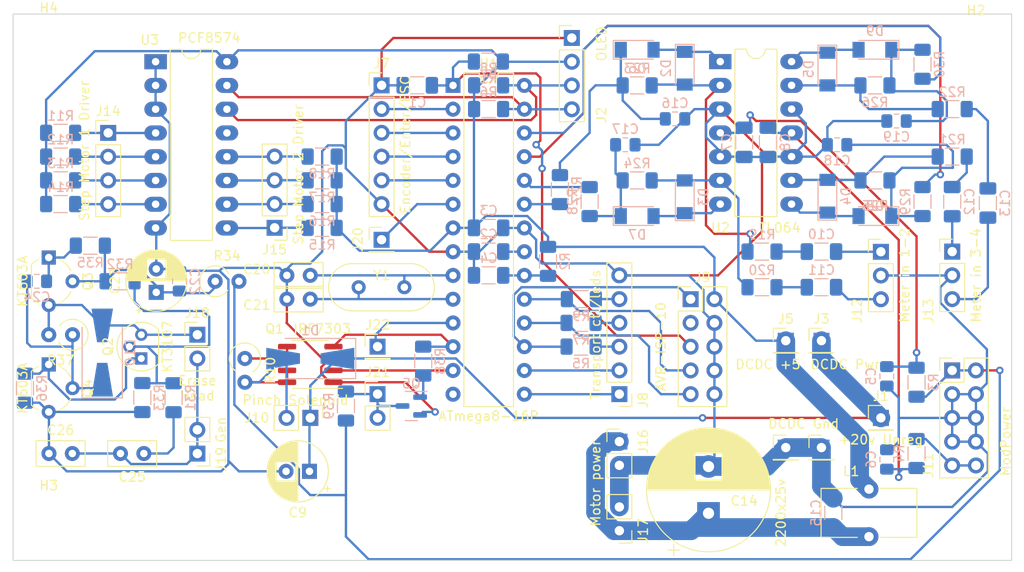
<source format=kicad_pcb>
(kicad_pcb (version 20211014) (generator pcbnew)
  (layers (0 "F.Cu" signal) (31 "B.Cu" signal) (34 "B.Paste" user) (35 "F.Paste" user) (36 "B.SilkS" user "B.Silkscreen") (37 "F.SilkS" user "F.Silkscreen") (38 "B.Mask" user) (39 "F.Mask" user) (44 "Edge.Cuts" user))
  (net 0 "")
  (net 1 "GND")
  (net 2 "/~RST")
  (net 3 "Net-(C2-Pad1)")
  (net 4 "+5V")
  (net 5 "Net-(C4-Pad1)")
  (net 6 "Net-(C5-Pad1)")
  (net 7 "Net-(C6-Pad2)")
  (net 8 "+24V")
  (net 9 "Net-(C10-Pad1)")
  (net 10 "Net-(C10-Pad2)")
  (net 11 "Net-(C11-Pad1)")
  (net 12 "Net-(C11-Pad2)")
  (net 13 "Net-(C12-Pad1)")
  (net 14 "Net-(C12-Pad2)")
  (net 15 "Net-(C13-Pad1)")
  (net 16 "Net-(C13-Pad2)")
  (net 17 "Net-(C14-Pad1)")
  (net 18 "Net-(C16-Pad2)")
  (net 19 "Net-(C17-Pad2)")
  (net 20 "Net-(C18-Pad2)")
  (net 21 "Net-(C19-Pad2)")
  (net 22 "Net-(U1-Pad9)")
  (net 23 "Net-(U1-Pad10)")
  (net 24 "Net-(C22-Pad1)")
  (net 25 "Net-(C24-Pad1)")
  (net 26 "Net-(C24-Pad2)")
  (net 27 "Net-(C25-Pad1)")
  (net 28 "/Gen")
  (net 29 "Net-(D1-Pad2)")
  (net 30 "Net-(D2-Pad1)")
  (net 31 "Net-(D2-Pad2)")
  (net 32 "Net-(D3-Pad1)")
  (net 33 "Net-(D3-Pad2)")
  (net 34 "Net-(D4-Pad1)")
  (net 35 "Net-(D4-Pad2)")
  (net 36 "Net-(D5-Pad1)")
  (net 37 "Net-(D5-Pad2)")
  (net 38 "Net-(D10-Pad2)")
  (net 39 "/SCL")
  (net 40 "/SDA")
  (net 41 "/Escape")
  (net 42 "/Enter")
  (net 43 "/Enc B")
  (net 44 "/Enc A")
  (net 45 "/Stop button")
  (net 46 "/Run{slash}pause button")
  (net 47 "/Stop LED")
  (net 48 "/Pause LED")
  (net 49 "/Run LED")
  (net 50 "Net-(J9-Pad1)")
  (net 52 "Net-(J9-Pad7)")
  (net 53 "Net-(J9-Pad9)")
  (net 54 "+15V")
  (net 55 "-15V")
  (net 56 "Net-(J14-Pad1)")
  (net 57 "Net-(J14-Pad2)")
  (net 58 "Net-(J14-Pad3)")
  (net 59 "Net-(J14-Pad4)")
  (net 60 "Net-(J15-Pad1)")
  (net 61 "Net-(J15-Pad2)")
  (net 62 "Net-(J15-Pad3)")
  (net 63 "Net-(J15-Pad4)")
  (net 64 "Net-(U1-Pad6)")
  (net 65 "Net-(U1-Pad11)")
  (net 66 "Net-(J21-Pad1)")
  (net 67 "Net-(Q1-Pad2)")
  (net 68 "Net-(Q1-Pad4)")
  (net 69 "Net-(Q1-Pad5)")
  (net 70 "Net-(Q2-Pad1)")
  (net 71 "Net-(Q2-Pad2)")
  (net 72 "Net-(Q5-Pad1)")
  (net 73 "/A0")
  (net 74 "/A1")
  (net 75 "/A2")
  (net 76 "/A3")
  (footprint "Connector_PinHeader_2.54mm:PinHeader_1x04_P2.54mm_Vertical" (layer "F.Cu") (at 40.64 47)
    (fp_text reference "J14")
    (fp_text value "Step Motor 1 Driver")
  )
  (footprint "Capacitor_THT:CP_Radial_D6.3mm_P2.50mm" (layer "F.Cu") (at 62.142379 83.185 180)
    (fp_text reference "C9")
    (fp_text value "10,0")
  )
  (footprint "Package_DIP:DIP-28_W7.62mm" (layer "F.Cu") (at 77.48 41.92)
    (fp_text reference "U1")
    (fp_text value "ATmega8-16P")
  )
  (footprint "Connector_PinHeader_2.54mm:PinHeader_2x05_P2.54mm_Vertical" (layer "F.Cu") (at 102.865 64.775)
    (fp_text reference "J9")
    (fp_text value "AVR-ISP-10")
  )
  (footprint "Connector_PinHeader_2.54mm:PinHeader_1x02_P2.54mm_Vertical" (layer "F.Cu") (at 95.25 80.005)
    (fp_text reference "J16")
    (fp_text value "Motor power")
  )
  (footprint "Package_SO:SOIC-8_3.9x4.9mm_P1.27mm" (layer "F.Cu") (at 62.23 71.755 180)
    (fp_text reference "Q1")
    (fp_text value "IRF7303")
  )
  (footprint "Connector_PinHeader_2.54mm:PinHeader_1x01_P2.54mm_Vertical" (layer "F.Cu") (at 123.19 77.47)
    (fp_text reference "J1")
    (fp_text value "+20v Unreg")
  )
  (footprint "Package_DIP:DIP-14_W7.62mm_LongPads" (layer "F.Cu") (at 106.03 39.375)
    (fp_text reference "U2")
    (fp_text value "TL064")
  )
  (footprint "Capacitor_THT:C_Disc_D5.0mm_W2.5mm_P2.50mm" (layer "F.Cu") (at 34.31 81.28)
    (fp_text reference "C26")
    (fp_text value "0,01")
  )
  (footprint "Package_TO_SOT_THT:TO-92_Wide" (layer "F.Cu") (at 34.29 60.325 -90)
    (fp_text reference "Q3")
    (fp_text value "KT603A")
  )
  (footprint "Capacitor_THT:C_Disc_D5.0mm_W2.5mm_P2.50mm" (layer "F.Cu") (at 44.45 81.28 180)
    (fp_text reference "C25")
    (fp_text value "27")
  )
  (footprint "Connector_PinHeader_2.54mm:PinHeader_1x06_P2.54mm_Vertical" (layer "F.Cu") (at 95.25 74.93 180)
    (fp_text reference "J8")
    (fp_text value "Transport ctl/leds")
  )
  (footprint "MountingHole:MountingHole_3.2mm_M3" (layer "F.Cu") (at 34.29 88.9)
    (fp_text reference "H3")
    (fp_text value "MountingHole")
  )
  (footprint "Resistor_THT:R_Axial_DIN0309_L9.0mm_D3.2mm_P2.54mm_Vertical" (layer "F.Cu") (at 36.83 68.58 180)
    (fp_text reference "R37")
    (fp_text value "43")
  )
  (footprint "MountingHole:MountingHole_3.2mm_M3" (layer "F.Cu") (at 34.29 37.835)
    (fp_text reference "H4")
    (fp_text value "MountingHole" hide)
  )
  (footprint "Package_TO_SOT_THT:TO-92" (layer "F.Cu") (at 44.175 71.12 90)
    (fp_text reference "Q2")
    (fp_text value "KT3107")
  )
  (footprint "Capacitor_THT:CP_Radial_D13.0mm_P5.00mm" (layer "F.Cu") (at 104.775 87.670648 90)
    (fp_text reference "C14")
    (fp_text value "2200x25v")
  )
  (footprint "Resistor_THT:R_Axial_DIN0309_L9.0mm_D3.2mm_P2.54mm_Vertical" (layer "F.Cu") (at 52.07 62.865)
    (fp_text reference "R34")
    (fp_text value "10")
  )
  (footprint "MountingHole:MountingHole_3.2mm_M3" (layer "F.Cu") (at 133.35 38.1)
    (fp_text reference "H2")
    (fp_text value "MountingHole")
  )
  (footprint "Connector_PinHeader_2.54mm:PinHeader_1x01_P2.54mm_Vertical" (layer "F.Cu") (at 113.03 80.645)
    (fp_text reference "J6" hide)
    (fp_text value "DCDC Gnd")
  )
  (footprint "Connector_PinHeader_2.54mm:PinHeader_1x01_P2.54mm_Vertical" (layer "F.Cu") (at 116.84 80.645)
    (fp_text reference "J4" hide)
    (fp_text value "DCDC Gnd" hide)
  )
  (footprint "Connector_PinHeader_2.54mm:PinHeader_2x05_P2.54mm_Vertical" (layer "F.Cu") (at 130.805 72.395)
    (fp_text reference "J11")
    (fp_text value "ModPower")
  )
  (footprint "Package_DIP:DIP-16_W7.62mm_LongPads" (layer "F.Cu") (at 45.705 39.385)
    (fp_text reference "U3")
    (fp_text value "PCF8574")
  )
  (footprint "Capacitor_THT:C_Disc_D5.0mm_W2.5mm_P2.50mm" (layer "F.Cu") (at 62.23 64.77 180)
    (fp_text reference "C21")
    (fp_text value "24")
  )
  (footprint "Package_TO_SOT_THT:TO-92_Wide" (layer "F.Cu") (at 34.29 71.755 -90)
    (fp_text reference "Q4")
    (fp_text value "KT603A")
  )
  (footprint "Connector_PinHeader_2.54mm:PinHeader_1x03_P2.54mm_Vertical" (layer "F.Cu") (at 130.81 59.69)
    (fp_text reference "J13")
    (fp_text value "Meter in 3-4")
  )
  (footprint "Capacitor_THT:C_Disc_D5.0mm_W2.5mm_P2.50mm" (layer "F.Cu") (at 62.23 62.23 180)
    (fp_text reference "C20")
    (fp_text value "24")
  )
  (footprint "Resistor_THT:R_Axial_DIN0309_L9.0mm_D3.2mm_P2.54mm_Vertical" (layer "F.Cu") (at 55.245 71.12 -90)
    (fp_text reference "R10")
    (fp_text value "? 2w")
  )
  (footprint "Connector_PinHeader_2.54mm:PinHeader_1x02_P2.54mm_Vertical" (layer "F.Cu") (at 69.42 74.925)
    (fp_text reference "J21")
    (fp_text value "Mute")
  )
  (footprint "Capacitor_THT:CP_Radial_D6.3mm_P2.50mm" (layer "F.Cu") (at 45.775 64.047379 90)
    (fp_text reference "C23")
    (fp_text value "47,0")
  )
  (footprint "Inductor_THT:L_Toroid_Vertical_L10.0mm_W5.0mm_P5.08mm" (layer "F.Cu") (at 121.92 85.09)
    (fp_text reference "L1")
    (fp_text value "L_Ferrite")
  )
  (footprint "Connector_PinHeader_2.54mm:PinHeader_1x04_P2.54mm_Vertical" (layer "F.Cu") (at 58.42 57.14 180)
    (fp_text reference "J15")
    (fp_text value "Step Motor 2 Driver")
  )
  (footprint "MountingHole:MountingHole_3.2mm_M3" (layer "F.Cu") (at 133.35 88.9)
    (fp_text reference "H1" hide)
    (fp_text value "MountingHole" hide)
  )
  (footprint "Connector_PinHeader_2.54mm:PinHeader_1x02_P2.54mm_Vertical" (layer "F.Cu") (at 50.165 68.58)
    (fp_text reference "J18")
    (fp_text value "Erase Head" hide)
  )
  (footprint "Connector_PinHeader_2.54mm:PinHeader_1x02_P2.54mm_Vertical" (layer "F.Cu") (at 62.235 77.47 -90)
    (fp_text reference "J10")
    (fp_text value "Pinch Solenoid")
  )
  (footprint "Connector_PinHeader_2.54mm:PinHeader_1x02_P2.54mm_Vertical" (layer "F.Cu") (at 95.25 89.535 180)
    (fp_text reference "J17")
    (fp_text value "Motor power")
  )
  (footprint "Connector_PinHeader_2.54mm:PinHeader_1x01_P2.54mm_Vertical" (layer "F.Cu") (at 69.85 58.42)
    (fp_text reference "J20")
    (fp_text value "Aux1")
  )
  (footprint "Connector_PinHeader_2.54mm:PinHeader_1x02_P2.54mm_Vertical" (layer "F.Cu") (at 50.165 81.285 180)
    (fp_text reference "J19")
    (fp_text value "Gen")
  )
  (footprint "Connector_PinHeader_2.54mm:PinHeader_1x03_P2.54mm_Vertical" (layer "F.Cu") (at 123.19 59.705)
    (fp_text reference "J12")
    (fp_text value "Meter in 1-2")
  )
  (footprint "Connector_PinHeader_2.54mm:PinHeader_1x01_P2.54mm_Vertical" (layer "F.Cu") (at 113.03 69.215)
    (fp_text reference "J5")
    (fp_text value "DCDC +5")
  )
  (footprint "Crystal:Crystal_HC49-U_Vertical" (layer "F.Cu") (at 67.4 63.5)
    (fp_text reference "Y1")
    (fp_text value "8 MHz")
  )
  (footprint "Connector_PinHeader_2.54mm:PinHeader_1x01_P2.54mm_Vertical" (layer "F.Cu") (at 116.84 69.215)
    (fp_text reference "J3")
    (fp_text value "DCDC Pwr")
  )
  (footprint "Connector_PinHeader_2.54mm:PinHeader_1x01_P2.54mm_Vertical" (layer "F.Cu") (at 69.42 69.85)
    (fp_text reference "J22")
    (fp_text value "Aux2")
  )
  (footprint "Connector_PinHeader_2.54mm:PinHeader_1x06_P2.54mm_Vertical" (layer "F.Cu") (at 69.85 41.91)
    (fp_text reference "J7")
    (fp_text value "Encoder/Enter/ESC")
  )
  (footprint "Connector_PinHeader_2.54mm:PinHeader_1x04_P2.54mm_Vertical" (layer "F.Cu") (at 90.17 36.85)
    (fp_text reference "J2")
    (fp_text value "OLED")
  )
  (footprint "Resistor_SMD:R_1206_3216Metric_Pad1.30x1.75mm_HandSolder" (layer "B.Cu") (at 38.735 59.055)
    (fp_text reference "R35")
    (fp_text value "4,3k")
  )
  (footprint "Capacitor_SMD:C_1206_3216Metric_Pad1.33x1.80mm_HandSolder" (layer "B.Cu") (at 116.84 63.5 180)
    (fp_text reference "C11")
    (fp_text value "0,1")
  )
  (footprint "Diode_SMD:D_MiniMELF" (layer "B.Cu") (at 102.235 40.08 -90)
    (fp_text reference "D2")
    (fp_text value "BZV55C3V9")
  )
  (footprint "Diode_SMD:D_MiniMELF" (layer "B.Cu") (at 102.235 53.83 90)
    (fp_text reference "D3")
    (fp_text value "BZV55C3V9")
  )
  (footprint "Capacitor_SMD:C_1206_3216Metric_Pad1.33x1.80mm_HandSolder" (layer "B.Cu") (at 81.28 59.69 180)
    (fp_text reference "C2")
    (fp_text value "0,1")
  )
  (footprint "Resistor_SMD:R_1206_3216Metric_Pad1.30x1.75mm_HandSolder" (layer "B.Cu") (at 91.16 69.85)
    (fp_text reference "R5")
    (fp_text value "5,6k")
  )
  (footprint "Resistor_SMD:R_1206_3216Metric_Pad1.30x1.75mm_HandSolder" (layer "B.Cu") (at 63.5 49.53)
    (fp_text reference "R18")
    (fp_text value "1k")
  )
  (footprint "Diode_SMD:D_MiniMELF" (layer "B.Cu") (at 122.555 38.11 180)
    (fp_text reference "D9")
    (fp_text value "LL4148")
  )
  (footprint "Resistor_SMD:R_1206_3216Metric_Pad1.30x1.75mm_HandSolder" (layer "B.Cu") (at 127.635 54.34 -90)
    (fp_text reference "R29")
    (fp_text value "1k")
  )
  (footprint "Resistor_SMD:R_1206_3216Metric_Pad1.30x1.75mm_HandSolder" (layer "B.Cu") (at 127 81.28 -90)
    (fp_text reference "R4")
    (fp_text value "100")
  )
  (footprint "Resistor_SMD:R_1206_3216Metric_Pad1.30x1.75mm_HandSolder" (layer "B.Cu") (at 66.04 76.2 -90)
    (fp_text reference "R39")
    (fp_text value "30k")
  )
  (footprint "Capacitor_SMD:C_1206_3216Metric_Pad1.33x1.80mm_HandSolder" (layer "B.Cu") (at 111.125 48.005 90)
    (fp_text reference "C8")
    (fp_text value "0,1")
  )
  (footprint "Package_TO_SOT_SMD:SOT-23" (layer "B.Cu") (at 73.025 76.2 180)
    (fp_text reference "Q5")
    (fp_text value "MMBT3904")
  )
  (footprint "Resistor_SMD:R_1206_3216Metric_Pad1.30x1.75mm_HandSolder" (layer "B.Cu") (at 110.49 59.69 180)
    (fp_text reference "R19")
    (fp_text value "100k")
  )
  (footprint "Resistor_SMD:R_1206_3216Metric_Pad1.30x1.75mm_HandSolder" (layer "B.Cu") (at 35.56 46.99 180)
    (fp_text reference "R11")
    (fp_text value "1k")
  )
  (footprint "Resistor_SMD:R_1206_3216Metric_Pad1.30x1.75mm_HandSolder" (layer "B.Cu") (at 35.56 52.07 180)
    (fp_text reference "R13")
    (fp_text value "1k")
  )
  (footprint "Resistor_SMD:R_1206_3216Metric_Pad1.30x1.75mm_HandSolder" (layer "B.Cu") (at 63.5 57.15)
    (fp_text reference "R15")
    (fp_text value "1k")
  )
  (footprint "Resistor_SMD:R_1206_3216Metric_Pad1.30x1.75mm_HandSolder" (layer "B.Cu") (at 87.63 60.73 90)
    (fp_text reference "R2")
    (fp_text value "100")
  )
  (footprint "Capacitor_SMD:C_0805_2012Metric_Pad1.18x1.45mm_HandSolder" (layer "B.Cu") (at 123.825 73.025 -90)
    (fp_text reference "C5")
    (fp_text value "10,0")
  )
  (footprint "Resistor_SMD:R_1206_3216Metric_Pad1.30x1.75mm_HandSolder" (layer "B.Cu") (at 31.75 74.295 90)
    (fp_text reference "R36")
    (fp_text value "470")
  )
  (footprint "Resistor_SMD:R_1206_3216Metric_Pad1.30x1.75mm_HandSolder" (layer "B.Cu") (at 92.075 54.34 -90)
    (fp_text reference "R28")
    (fp_text value "1k")
  )
  (footprint "Diode_SMD:D_SMA-SMB_Universal_Handsoldering" (layer "B.Cu") (at 40.005 70.485 90)
    (fp_text reference "D10")
    (fp_text value "SS34")
  )
  (footprint "Diode_SMD:D_SMA-SMB_Universal_Handsoldering" (layer "B.Cu") (at 62.23 71.12 180)
    (fp_text reference "D1")
    (fp_text value "SS34")
  )
  (footprint "Capacitor_SMD:C_0805_2012Metric_Pad1.18x1.45mm_HandSolder" (layer "B.Cu") (at 48.26 62.865 90)
    (fp_text reference "C22")
    (fp_text value "0,1")
  )
  (footprint "Capacitor_SMD:C_1206_3216Metric_Pad1.33x1.80mm_HandSolder" (layer "B.Cu") (at 118.11 87.63 -90)
    (fp_text reference "C15")
    (fp_text value "0,1")
  )
  (footprint "Capacitor_SMD:C_0805_2012Metric_Pad1.18x1.45mm_HandSolder" (layer "B.Cu") (at 101.1975 45.4975 180)
    (fp_text reference "C16")
    (fp_text value "1,0")
  )
  (footprint "Resistor_SMD:R_1206_3216Metric_Pad1.30x1.75mm_HandSolder" (layer "B.Cu") (at 97.155 41.92 180)
    (fp_text reference "R23")
    (fp_text value "200k")
  )
  (footprint "Resistor_SMD:R_1206_3216Metric_Pad1.30x1.75mm_HandSolder" (layer "B.Cu") (at 122.555 52.08)
    (fp_text reference "R25")
    (fp_text value "200k")
  )
  (footprint "Capacitor_SMD:C_0805_2012Metric_Pad1.18x1.45mm_HandSolder" (layer "B.Cu") (at 123.825 81.915 -90)
    (fp_text reference "C6")
    (fp_text value "10,0")
  )
  (footprint "Resistor_SMD:R_1206_3216Metric_Pad1.30x1.75mm_HandSolder" (layer "B.Cu") (at 63.5 52.07)
    (fp_text reference "R17")
    (fp_text value "1k")
  )
  (footprint "Resistor_SMD:R_1206_3216Metric_Pad1.30x1.75mm_HandSolder" (layer "B.Cu") (at 130.81 49.53 180)
    (fp_text reference "R21")
    (fp_text value "100k")
  )
  (footprint "Capacitor_SMD:C_1206_3216Metric_Pad1.33x1.80mm_HandSolder" (layer "B.Cu") (at 108.585 48.005 -90)
    (fp_text reference "C7")
    (fp_text value "0,1")
  )
  (footprint "Resistor_SMD:R_1206_3216Metric_Pad1.30x1.75mm_HandSolder" (layer "B.Cu") (at 41.91 62.865 180)
    (fp_text reference "R32")
    (fp_text value "30k")
  )
  (footprint "Capacitor_SMD:C_0805_2012Metric_Pad1.18x1.45mm_HandSolder" (layer "B.Cu") (at 95.885 48.27 180)
    (fp_text reference "C17")
    (fp_text value "1,0")
  )
  (footprint "Resistor_SMD:R_1206_3216Metric_Pad1.30x1.75mm_HandSolder" (layer "B.Cu") (at 91.16 67.31)
    (fp_text reference "R7")
    (fp_text value "5,6k")
  )
  (footprint "Diode_SMD:D_MiniMELF" (layer "B.Cu") (at 117.475 53.77 90)
    (fp_text reference "D4")
    (fp_text value "BZV55C3V9")
  )
  (footprint "Resistor_SMD:R_1206_3216Metric_Pad1.30x1.75mm_HandSolder" (layer "B.Cu") (at 35.56 49.53 180)
    (fp_text reference "R12")
    (fp_text value "1k")
  )
  (footprint "Resistor_SMD:R_1206_3216Metric_Pad1.30x1.75mm_HandSolder" (layer "B.Cu") (at 130.81 44.45 180)
    (fp_text reference "R22")
    (fp_text value "100k")
  )
  (footprint "Resistor_SMD:R_1206_3216Metric_Pad1.30x1.75mm_HandSolder" (layer "B.Cu") (at 81.26 39.37)
    (fp_text reference "R1")
    (fp_text value "10k")
  )
  (footprint "Resistor_SMD:R_1206_3216Metric_Pad1.30x1.75mm_HandSolder" (layer "B.Cu") (at 63.5 54.61)
    (fp_text reference "R16")
    (fp_text value "1k")
  )
  (footprint "Resistor_SMD:R_1206_3216Metric_Pad1.30x1.75mm_HandSolder" (layer "B.Cu") (at 91.19 64.77)
    (fp_text reference "R9")
    (fp_text value "5,6k")
  )
  (footprint "Resistor_SMD:R_1206_3216Metric_Pad1.30x1.75mm_HandSolder" (layer "B.Cu") (at 81.28 41.91 180)
    (fp_text reference "R8")
    (fp_text value "4,7k")
  )
  (footprint "Diode_SMD:D_MiniMELF" (layer "B.Cu") (at 97.155 38.11)
    (fp_text reference "D6")
    (fp_text value "LL4148")
  )
  (footprint "Resistor_SMD:R_1206_3216Metric_Pad1.30x1.75mm_HandSolder" (layer "B.Cu") (at 88.9 53.06 90)
    (fp_text reference "R27")
    (fp_text value "1k")
  )
  (footprint "Resistor_SMD:R_1206_3216Metric_Pad1.30x1.75mm_HandSolder" (layer "B.Cu") (at 81.28 44.45 180)
    (fp_text reference "R6")
    (fp_text value "4,7k")
  )
  (footprint "Resistor_SMD:R_1206_3216Metric_Pad1.30x1.75mm_HandSolder" (layer "B.Cu") (at 127.635 39.66 90)
    (fp_text reference "R30")
    (fp_text value "1k")
  )
  (footprint "Resistor_SMD:R_1206_3216Metric_Pad1.30x1.75mm_HandSolder" (layer "B.Cu") (at 74.295 71.4 90)
    (fp_text reference "R38")
    (fp_text value "10k")
  )
  (footprint "Diode_SMD:D_MiniMELF" (layer "B.Cu") (at 117.475 40.17 -90)
    (fp_text reference "D5")
    (fp_text value "BZV55C3V9")
  )
  (footprint "Capacitor_SMD:C_1206_3216Metric_Pad1.33x1.80mm_HandSolder" (layer "B.Cu") (at 81.28 57.15 180)
    (fp_text reference "C3")
    (fp_text value "0,1")
  )
  (footprint "Resistor_SMD:R_1206_3216Metric_Pad1.30x1.75mm_HandSolder" (layer "B.Cu") (at 127 73.66 90)
    (fp_text reference "R3")
    (fp_text value "100")
  )
  (footprint "Capacitor_SMD:C_0805_2012Metric_Pad1.18x1.45mm_HandSolder" (layer "B.Cu") (at 124.8625 45.73)
    (fp_text reference "C19")
    (fp_text value "1,0")
  )
  (footprint "Resistor_SMD:R_1206_3216Metric_Pad1.30x1.75mm_HandSolder" (layer "B.Cu") (at 110.49 63.5 180)
    (fp_text reference "R20")
    (fp_text value "100k")
  )
  (footprint "Diode_SMD:D_MiniMELF" (layer "B.Cu") (at 122.555 55.89 180)
    (fp_text reference "D8")
    (fp_text value "LL4148")
  )
  (footprint "Capacitor_SMD:C_0805_2012Metric_Pad1.18x1.45mm_HandSolder" (layer "B.Cu") (at 33.02 62.865)
    (fp_text reference "C24")
    (fp_text value "1,0")
  )
  (footprint "Resistor_SMD:R_1206_3216Metric_Pad1.30x1.75mm_HandSolder" (layer "B.Cu") (at 47.625 75.315 90)
    (fp_text reference "R31")
    (fp_text value "470")
  )
  (footprint "Resistor_SMD:R_1206_3216Metric_Pad1.30x1.75mm_HandSolder" (layer "B.Cu") (at 122.555 41.92)
    (fp_text reference "R26")
    (fp_text value "200k")
  )
  (footprint "Capacitor_SMD:C_1206_3216Metric_Pad1.33x1.80mm_HandSolder" (layer "B.Cu") (at 134.62 54.4975 90)
    (fp_text reference "C13")
    (fp_text value "0,1")
  )
  (footprint "Capacitor_SMD:C_1206_3216Metric_Pad1.33x1.80mm_HandSolder" (layer "B.Cu") (at 73.66 41.91)
    (fp_text reference "C1")
    (fp_text value "0,1")
  )
  (footprint "Capacitor_SMD:C_1206_3216Metric_Pad1.33x1.80mm_HandSolder" (layer "B.Cu") (at 116.84 59.69 180)
    (fp_text reference "C10")
    (fp_text value "0,1")
  )
  (footprint "Resistor_SMD:R_1206_3216Metric_Pad1.30x1.75mm_HandSolder" (layer "B.Cu") (at 44.285 75.3 90)
    (fp_text reference "R33")
    (fp_text value "30k")
  )
  (footprint "Resistor_SMD:R_1206_3216Metric_Pad1.30x1.75mm_HandSolder" (layer "B.Cu") (at 97.155 52.08 180)
    (fp_text reference "R24")
    (fp_text value "200k")
  )
  (footprint "Capacitor_SMD:C_1206_3216Metric_Pad1.33x1.80mm_HandSolder" (layer "B.Cu") (at 130.81 54.3475 90)
    (fp_text reference "C12")
    (fp_text value "0,1")
  )
  (footprint "Resistor_SMD:R_1206_3216Metric_Pad1.30x1.75mm_HandSolder" (layer "B.Cu") (at 35.56 54.61 180)
    (fp_text reference "R14")
    (fp_text value "1k")
  )
  (footprint "Capacitor_SMD:C_0805_2012Metric_Pad1.18x1.45mm_HandSolder" (layer "B.Cu") (at 118.5125 48.27)
    (fp_text reference "C18")
    (fp_text value "1,0")
  )
  (footprint "Capacitor_SMD:C_1206_3216Metric_Pad1.33x1.80mm_HandSolder" (layer "B.Cu") (at 81.28 62.23 180)
    (fp_text reference "C4")
    (fp_text value "0,1")
  )
  (footprint "Diode_SMD:D_MiniMELF" (layer "B.Cu") (at 97.155 55.89)
    (fp_text reference "D7")
    (fp_text value "LL4148")
  )
  (gr_rect (start 30.48 34.29) (end 137.16 92.71) (layer "Edge.Cuts") (width 0.1) (fill none))
  (gr_text "Erase\nHead" (at 50.165 74.295) (layer "F.SilkS") (effects (font (size 1 1))))
  (segment (start 110.49 48.915) (end 106.03 44.455) (width 0.25) (layer "F.Cu") (net 1))
  (segment (start 64.705 71.12) (end 64.328249 71.12) (width 0.25) (layer "F.Cu") (net 1))
  (segment (start 110.49 57.540305) (end 110.49 48.915) (width 0.25) (layer "F.Cu") (net 1))
  (segment (start 90.17 36.85) (end 71.1 36.85) (width 0.25) (layer "F.Cu") (net 1))
  (segment (start 64.328249 73.66) (end 64.705 73.66) (width 0.25) (layer "F.Cu") (net 1))
  (segment (start 69.85 54.61) (end 74.94 59.7) (width 0.25) (layer "F.Cu") (net 1))
  (segment (start 63.5 71.12) (end 59.69 67.31) (width 0.25) (layer "F.Cu") (net 1))
  (segment (start 64.705 71.12) (end 63.5 71.12) (width 0.25) (layer "F.Cu") (net 1))
  (segment (start 71.1 36.85) (end 69.85 38.1) (width 0.25) (layer "F.Cu") (net 1))
  (segment (start 63.405 72.043249) (end 63.405 72.736751) (width 0.25) (layer "F.Cu") (net 1))
  (segment (start 59.69 67.31) (end 59.73 67.27) (width 0.25) (layer "F.Cu") (net 1))
  (segment (start 74.94 59.7) (end 77.48 59.7) (width 0.25) (layer "F.Cu") (net 1))
  (segment (start 69.85 38.1) (end 69.85 41.91) (width 0.25) (layer "F.Cu") (net 1))
  (segment (start 63.405 72.736751) (end 64.328249 73.66) (width 0.25) (layer "F.Cu") (net 1))
  (segment (start 64.328249 71.12) (end 63.405 72.043249) (width 0.25) (layer "F.Cu") (net 1))
  (segment (start 95.25 62.23) (end 105.800305 62.23) (width 0.25) (layer "F.Cu") (net 1))
  (segment (start 59.73 67.27) (end 59.73 64.77) (width 0.25) (layer "F.Cu") (net 1))
  (segment (start 72.39 73.66) (end 75.565 76.835) (width 0.25) (layer "F.Cu") (net 1))
  (segment (start 64.705 73.66) (end 72.39 73.66) (width 0.25) (layer "F.Cu") (net 1))
  (segment (start 105.800305 62.23) (end 110.49 57.540305) (width 0.25) (layer "F.Cu") (net 1))
  (via (at 75.565 76.835) (size 0.8) (drill 0.4) (layers "F.Cu" "B.Cu") (net 1))
  (segment (start 45.705 57.165) (end 47.23 55.64) (width 0.25) (layer "B.Cu") (net 1))
  (segment (start 117.475 46.355) (end 117.475 48.27) (width 0.25) (layer "B.Cu") (net 1))
  (segment (start 52.535991 61.74) (end 53.485 62.689009) (width 0.25) (layer "B.Cu") (net 1))
  (segment (start 130.805 77.475) (end 130.805 80.015) (width 0.25) (layer "B.Cu") (net 1))
  (segment (start 130.805 77.475) (end 125.1 77.475) (width 0.25) (layer "B.Cu") (net 1))
  (segment (start 52.84599 61.430001) (end 52.535991 61.74) (width 0.25) (layer "B.Cu") (net 1))
  (segment (start 105.405 82.040648) (end 104.775 82.670648) (width 0.25) (layer "B.Cu") (net 1))
  (segment (start 106.03 49.535) (end 106.03 48.98599) (width 0.25) (layer "B.Cu") (net 1))
  (segment (start 106.03 49.535) (end 108.5525 49.535) (width 0.25) (layer "B.Cu") (net 1))
  (segment (start 113.65 44.455) (end 115.175 45.98) (width 0.25) (layer "B.Cu") (net 1))
  (segment (start 44.27 76.835) (end 34.29 76.835) (width 0.25) (layer "B.Cu") (net 1))
  (segment (start 82.8525 57.16) (end 82.8425 57.15) (width 0.25) (layer "B.Cu") (net 1))
  (segment (start 130.81 86.995) (end 119.0375 86.995) (width 0.25) (layer "B.Cu") (net 1))
  (segment (start 31.75 75.845) (end 33.3 75.845) (width 0.25) (layer "B.Cu") (net 1))
  (segment (start 104.505 47.46099) (end 104.505 45.98) (width 0.25) (layer "B.Cu") (net 1))
  (segment (start 77.48 59.7) (end 79.7075 59.7) (width 0.25) (layer "B.Cu") (net 1))
  (segment (start 111.125 49.5675) (end 108.585 49.5675) (width 0.25) (layer "B.Cu") (net 1))
  (segment (start 113.03 80.645) (end 116.84 80.645) (width 2) (layer "B.Cu") (net 1))
  (segment (start 79.7175 59.69) (end 79.7175 62.23) (width 0.25) (layer "B.Cu") (net 1))
  (segment (start 53.485 82.06) (end 54.61 83.185) (width 0.25) (layer "B.Cu") (net 1))
  (segment (start 134.52 73.76) (end 134.52 70.141701) (width 0.25) (layer "B.Cu") (net 1))
  (segment (start 59.73 61.555) (end 59.73 62.23) (width 0.25) (layer "B.Cu") (net 1))
  (segment (start 106.03 44.455) (end 103.2775 44.455) (width 0.25) (layer "B.Cu") (net 1))
  (segment (start 125.095 75.3325) (end 123.825 74.0625) (width 0.25) (layer "B.Cu") (net 1))
  (segment (start 34.31 81.28) (end 34.31 76.855) (width 0.25) (layer "B.Cu") (net 1))
  (segment (start 64.125 48.33) (end 63.5 48.955) (width 0.25) (layer "B.Cu") (net 1))
  (segment (start 74.2775 76.835) (end 73.9625 77.15) (width 0.25) (layer "B.Cu") (net 1))
  (segment (start 102.67 62.23) (end 104.23 63.79) (width 0.25) (layer "B.Cu") (net 1))
  (segment (start 54.61 83.185) (end 59.642379 83.185) (width 0.25) (layer "B.Cu") (net 1))
  (segment (start 105.405 74.935) (end 105.405 82.040648) (width 0.25) (layer "B.Cu") (net 1))
  (segment (start 108.5525 49.535) (end 108.585 49.5675) (width 0.25) (layer "B.Cu") (net 1))
  (segment (start 115.175 48.01) (end 113.65 49.535) (width 0.25) (layer "B.Cu") (net 1))
  (segment (start 104.775 82.670648) (end 111.004352 82.670648) (width 2) (layer "B.Cu") (net 1))
  (segment (start 52.705 83.185) (end 53.485 82.405) (width 0.25) (layer "B.Cu") (net 1))
  (segment (start 95.25 62.23) (end 102.67 62.23) (width 0.25) (layer "B.Cu") (net 1))
  (segment (start 113.65 49.535) (end 111.1575 49.535) (width 0.25) (layer "B.Cu") (net 1))
  (segment (start 125.095 80.01) (end 125.095 77.47) (width 0.25) (layer "B.Cu") (net 1))
  (segment (start 105.405 74.935) (end 105.405 72.395) (width 0.25) (layer "B.Cu") (net 1))
  (segment (start 79.7175 59.69) (end 80.3025 59.69) (width 0.25) (layer "B.Cu") (net 1))
  (segment (start 65.688173 48.33) (end 64.125 48.33) (width 0.25) (layer "B.Cu") (net 1))
  (segment (start 106.03 48.98599) (end 104.505 47.46099) (width 0.25) (layer "B.Cu") (net 1))
  (segment (start 130.795 62.245) (end 130.81 62.23) (width 0.25) (layer "B.Cu") (net 1))
  (segment (start 69.85 41.91) (end 72.0975 41.91) (width 0.25) (layer "B.Cu") (net 1))
  (segment (start 133.345 80.015) (end 133.345 77.475) (width 0.25) (layer "B.Cu") (net 1))
  (segment (start 86.36 60.325) (end 86.995 60.96) (width 0.25) (layer "B.Cu") (net 1))
  (segment (start 111.004352 82.670648) (end 113.03 80.645) (width 2) (layer "B.Cu") (net 1))
  (segment (start 116.84 84.7975) (end 118.11 86.0675) (width 2) (layer "B.Cu") (net 1))
  (segment (start 123.19 62.245) (end 130.795 62.245) (width 0.25) (layer "B.Cu") (net 1))
  (segment (start 105.405 69.855) (end 105.405 72.395) (width 0.25) (layer "B.Cu") (net 1))
  (segment (start 63.5 59.69) (end 62.23 60.96) (width 0.25) (layer "B.Cu") (net 1))
  (segment (start 58.930001 61.430001) (end 52.84599 61.430001) (width 0.25) (layer "B.Cu") (net 1))
  (segment (start 53.485 82.405) (end 53.485 82.06) (width 0.25) (layer "B.Cu") (net 1))
  (segment (start 99.4625 48.27) (end 102.235 45.4975) (width 0.25) (layer "B.Cu") (net 1))
  (segment (start 85.1 57.16) (end 86.36 58.42) (width 0.25) (layer "B.Cu") (net 1))
  (segment (start 75.565 76.835) (end 74.2775 76.835) (width 0.25) (layer "B.Cu") (net 1))
  (segment (start 133.345 74.935) (end 134.52 73.76) (width 0.25) (layer "B.Cu") (net 1))
  (segment (start 130.805 80.015) (end 133.345 80.015) (width 0.25) (layer "B.Cu") (net 1))
  (segment (start 133.345 80.015) (end 134.62 81.29) (width 0.25) (layer "B.Cu") (net 1))
  (segment (start 96.9225 48.27) (end 99.4625 48.27) (width 0.25) (layer "B.Cu") (net 1))
  (segment (start 119.0375 86.995) (end 118.11 86.0675) (width 0.25) (layer "B.Cu") (net 1))
  (segment (start 134.62 81.29) (end 134.62 83.185) (width 0.25) (layer "B.Cu") (net 1))
  (segment (start 134.62 83.185) (end 130.81 86.995) (width 0.25) (layer "B.Cu") (net 1))
  (segment (start 130.805 77.475) (end 133.345 77.475) (width 0.25) (layer "B.Cu") (net 1))
  (segment (start 95.25 86.995) (end 95.25 82.545) (width 2) (layer "B.Cu") (net 1))
  (segment (start 104.23 66.14) (end 105.405 67.315) (width 0.25) (layer "B.Cu") (net 1))
  (segment (start 45.705 39.385) (end 45.705 41.925) (width 0.25) (layer "B.Cu") (net 1))
  (segment (start 104.649352 82.545) (end 104.775 82.670648) (width 2) (layer "B.Cu") (net 1))
  (segment (start 45.705 44.465) (end 45.705 41.925) (width 0.25) (layer "B.Cu") (net 1))
  (segment (start 66.025 48.88) (end 66.025 48.666827) (width 0.25) (layer "B.Cu") (net 1))
  (segment (start 116.84 80.645) (end 116.84 84.7975) (width 2) (layer "B.Cu") (net 1))
  (segment (start 69.85 41.91) (end 66.025 45.735) (width 0.25) (layer "B.Cu") (net 1))
  (segment (start 34.31 76.855) (end 34.29 76.835) (width 0.25) (layer "B.Cu") (net 1))
  (segment (start 48.26 61.8275) (end 48.3475 61.74) (width 0.25) (layer "B.Cu") (net 1))
  (segment (start 34.31 81.28) (end 36.215 83.185) (width 0.25) (layer "B.Cu") (net 1))
  (segment (start 124.2275 80.8775) (end 125.095 80.01) (width 0.25) (layer "B.Cu") (net 1))
  (segment (start 60.325 60.96) (end 59.73 61.555) (width 0.25) (layer "B.Cu") (net 1))
  (segment (start 62.23 60.96) (end 60.325 60.96) (width 0.25) (layer "B.Cu") (net 1))
  (segment (start 59.73 62.23) (end 58.930001 61.430001) (width 0.25) (layer "B.Cu") (net 1))
  (segment (start 47.23 45.99) (end 45.705 44.465) (width 0.25) (layer "B.Cu") (net 1))
  (segment (start 115.175 45.98) (end 115.175 48.01) (width 0.25) (layer "B.Cu") (net 1))
  (segment (start 86.995 60.96) (end 93.98 60.96) (width 0.25) (layer "B.Cu") (net 1))
  (segment (start 133.345 77.475) (end 133.345 74.935) (width 0.25) (layer "B.Cu") (net 1))
  (segment (start 125.1 77.475) (end 125.095 77.47) (width 0.25) (layer "B.Cu") (net 1))
  (segment (start 93.98 60.96) (end 95.25 62.23) (width 0.25) (layer "B.Cu") (net 1))
  (segment (start 45.775 61.547379) (end 47.979879 61.547379) (width 0.25) (layer "B.Cu") (net 1))
  (segment (start 48.3475 61.74) (end 52.535991 61.74) (width 0.25) (layer "B.Cu") (net 1))
  (segment (start 104.505 45.98) (end 106.03 44.455) (width 0.25) (layer "B.Cu") (net 1))
  (segment (start 113.65 49.535) (end 116.21 49.535) (width 0.25) (layer "B.Cu") (net 1))
  (segment (start 105.405 67.315) (end 105.405 69.855) (width 0.25) (layer "B.Cu") (net 1))
  (segment (start 47.23 55.64) (end 47.23 45.99) (width 0.25) (layer "B.Cu") (net 1))
  (segment (start 104.23 63.79) (end 104.23 66.14) (width 0.25) (layer "B.Cu") (net 1))
  (segment (start 129.54 65.161701) (end 129.54 63.5) (width 0.25) (layer "B.Cu") (net 1))
  (segment (start 130.805 74.935) (end 130.805 77.475) (width 0.25) (layer "B.Cu") (net 1))
  (segment (start 125.095 77.47) (end 125.095 75.3325) (width 0.25) (layer "B.Cu") (net 1))
  (segment (start 47.979879 61.547379) (end 48.26 61.8275) (width 0.25) (layer "B.Cu") (net 1))
  (segment (start 103.2775 44.455) (end 102.235 45.4975) (width 0.25) (layer "B.Cu") (net 1))
  (segment (start 123.825 45.73) (end 118.1 45.73) (width 0.25) (layer "B.Cu") (net 1))
  (segment (start 66.025 50.785) (end 66.025 48.88) (width 0.25) (layer "B.Cu") (net 1))
  (segment (start 36.215 83.185) (end 52.705 83.185) (width 0.25) (layer "B.Cu") (net 1))
  (segment (start 86.36 58.42) (end 86.36 60.325) (width 0.25) (layer "B.Cu") (net 1))
  (segment (start 45.775 61.547379) (end 45.775 57.235) (width 0.25) (layer "B.Cu") (net 1))
  (segment (start 111.1575 49.535) (end 111.125 49.5675) (width 0.25) (layer "B.Cu") (net 1))
  (segment (start 118.1 45.73) (end 117.475 46.355) (width 0.25) (layer "B.Cu") (net 1))
  (segment (start 123.825 80.8775) (end 124.2275 80.8775) (width 0.25) (layer "B.Cu") (net 1))
  (segment (start 85.1 57.16) (end 82.8525 57.16) (width 0.25) (layer "B.Cu") (net 1))
  (segment (start 134.52 70.141701) (end 129.54 65.161701) (width 0.25) (layer "B.Cu") (net 1))
  (segment (start 133.345 74.935) (end 130.805 74.935) (width 0.25) (layer "B.Cu") (net 1))
  (segment (start 53.485 62.689009) (end 53.485 82.06) (width 0.25) (layer "B.Cu") (net 1))
  (segment (start 33.3 75.845) (end 34.29 76.835) (width 0.25) (layer "B.Cu") (net 1))
  (segment (start 63.5 48.955) (end 63.5 59.69) (width 0.25) (layer "B.Cu") (net 1))
  (segment (start 116.21 49.535) (end 117.475 48.27) (width 0.25) (layer "B.Cu") (net 1))
  (segment (start 129.54 63.5) (end 130.81 62.23) (width 0.25) (layer "B.Cu") (net 1))
  (segment (start 79.7075 59.7) (end 79.7175 59.69) (width 0.25) (layer "B.Cu") (net 1))
  (segment (start 66.025 45.735) (end 66.025 48.88) (width 0.25) (layer "B.Cu") (net 1))
  (segment (start 66.025 48.666827) (end 65.688173 48.33) (width 0.25) (layer "B.Cu") (net 1))
  (segment (start 80.3025 59.69) (end 82.8425 57.15) (width 0.25) (layer "B.Cu") (net 1))
  (segment (start 69.85 54.61) (end 66.025 50.785) (width 0.25) (layer "B.Cu") (net 1))
  (segment (start 44.285 76.85) (end 44.27 76.835) (width 0.25) (layer "B.Cu") (net 1))
  (segment (start 95.25 82.545) (end 104.649352 82.545) (width 2) (layer "B.Cu") (net 1))
  (segment (start 45.775 57.235) (end 45.705 57.165) (width 0.25) (layer "B.Cu") (net 1))
  (segment (start 59.73 62.23) (end 59.73 64.77) (width 0.25) (layer "B.Cu") (net 1))
  (segment (start 86.81 41.09) (end 86.81 47.81) (width 0.25) (layer "F.Cu") (net 2))
  (segment (start 86.995 50.8) (end 86.995 60.716701) (width 0.25) (layer "F.Cu") (net 2))
  (segment (start 86.995 60.716701) (end 94.953299 68.675) (width 0.25) (layer "F.Cu") (net 2))
  (segment (start 78.76 40.64) (end 86.36 40.64) (width 0.25) (layer "F.Cu") (net 2))
  (segment (start 86.81 47.81) (end 86.36 48.26) (width 0.25) (layer "F.Cu") (net 2))
  (segment (start 86.36 40.64) (end 86.81 41.09) (width 0.25) (layer "F.Cu") (net 2))
  (segment (start 94.953299 68.675) (end 101.685 68.675) (width 0.25) (layer "F.Cu") (net 2))
  (segment (start 77.48 41.92) (end 78.76 40.64) (width 0.25) (layer "F.Cu") (net 2))
  (segment (start 101.685 68.675) (end 102.865 69.855) (width 0.25) (layer "F.Cu") (net 2))
  (via (at 86.995 50.8) (size 0.8) (drill 0.4) (layers "F.Cu" "B.Cu") (net 2))
  (via (at 86.36 48.26) (size 0.8) (drill 0.4) (layers "F.Cu" "B.Cu") (net 2))
  (segment (start 86.36 48.26) (end 86.995 48.895) (width 0.25) (layer "B.Cu") (net 2))
  (segment (start 77.48 41.92) (end 75.2325 41.92) (width 0.25) (layer "B.Cu") (net 2))
  (segment (start 77.48 41.92) (end 77.48 39.995) (width 0.25) (layer "B.Cu") (net 2))
  (segment (start 86.995 48.895) (end 86.995 50.8) (width 0.25) (layer "B.Cu") (net 2))
  (segment (start 78.105 39.37) (end 79.71 39.37) (width 0.25) (layer "B.Cu") (net 2))
  (segment (start 77.48 39.995) (end 78.105 39.37) (width 0.25) (layer "B.Cu") (net 2))
  (segment (start 75.2325 41.92) (end 75.2225 41.91) (width 0.25) (layer "B.Cu") (net 2))
  (segment (start 82.8525 59.7) (end 82.8425 59.69) (width 0.25) (layer "B.Cu") (net 3))
  (segment (start 85.1 59.7) (end 82.8525 59.7) (width 0.25) (layer "B.Cu") (net 3))
  (segment (start 80.9875 55.88) (end 79.7175 57.15) (width 0.25) (layer "B.Cu") (net 4))
  (segment (start 39.21 38.26) (end 34.01 43.46) (width 0.25) (layer "B.Cu") (net 4))
  (segment (start 34.01 49.53) (end 34.01 46.99) (width 0.25) (layer "B.Cu") (net 4))
  (segment (start 87.63 59.18) (end 104.265 59.18) (width 0.25) (layer "B.Cu") (net 4))
  (segment (start 75.045 59.595) (end 77.48 57.16) (width 0.25) (layer "B.Cu") (net 4))
  (segment (start 87.63 59.18) (end 87.63 58.099009) (width 0.25) (layer "B.Cu") (net 4))
  (segment (start 105.405 60.33) (end 105.405 64.775) (width 0.25) (layer "B.Cu") (net 4))
  (segment (start 113.03 71.755) (end 113.03 69.215) (width 2) (layer "B.Cu") (net 4))
  (segment (start 87.63 58.099009) (end 85.410991 55.88) (width 0.25) (layer "B.Cu") (net 4))
  (segment (start 77.49 57.15) (end 77.48 57.16) (width 0.25) (layer "B.Cu") (net 4))
  (segment (start 79.73 41.91) (end 80.27 41.91) (width 0.25) (layer "B.Cu") (net 4))
  (segment (start 54.54 38.17) (end 81.61 38.17) (width 0.25) (layer "B.Cu") (net 4))
  (segment (start 79.7175 57.15) (end 77.49 57.15) (width 0.25) (layer "B.Cu") (net 4))
  (segment (start 79.7175 44.4625) (end 79.73 44.45) (width 0.25) (layer "B.Cu") (net 4))
  (segment (start 109.845 69.215) (end 113.03 69.215) (width 0.25) (layer "B.Cu") (net 4))
  (segment (start 53.325 39.385) (end 54.54 38.17) (width 0.25) (layer "B.Cu") (net 4))
  (segment (start 65.05 57.15) (end 65.05 54.61) (width 0.25) (layer "B.Cu") (net 4))
  (segment (start 81.61 38.17) (end 82.81 39.37) (width 0.25) (layer "B.Cu") (net 4))
  (segment (start 80.27 41.91) (end 82.81 39.37) (width 0.25) (layer "B.Cu") (net 4))
  (segment (start 65.05 52.07) (end 65.05 54.61) (width 0.25) (layer "B.Cu") (net 4))
  (segment (start 85.410991 55.88) (end 80.9875 55.88) (width 0.25) (layer "B.Cu") (net 4))
  (segment (start 82.83 39.39) (end 82.81 39.37) (width 0.25) (layer "B.Cu") (net 4))
  (segment (start 65.05 49.53) (end 65.05 52.07) (width 0.25) (layer "B.Cu") (net 4))
  (segment (start 79.7175 57.15) (end 79.7175 44.4625) (width 0.25) (layer "B.Cu") (net 4))
  (segment (start 90.17 39.39) (end 82.83 39.39) (width 0.25) (layer "B.Cu") (net 4))
  (segment (start 34.01 52.07) (end 34.01 49.53) (width 0.25) (layer "B.Cu") (net 4))
  (segment (start 52.2 38.26) (end 39.21 38.26) (width 0.25) (layer "B.Cu") (net 4))
  (segment (start 121.92 85.09) (end 120.92 84.09) (width 2) (layer "B.Cu") (net 4))
  (segment (start 104.265 59.18) (end 105.41 60.325) (width 0.25) (layer "B.Cu") (net 4))
  (segment (start 53.325 39.385) (end 52.2 38.26) (width 0.25) (layer "B.Cu") (net 4))
  (segment (start 105.405 64.775) (end 109.845 69.215) (width 0.25) (layer "B.Cu") (net 4))
  (segment (start 79.73 44.45) (end 79.73 41.91) (width 0.25) (layer "B.Cu") (net 4))
  (segment (start 65.05 57.15) (end 67.495 59.595) (width 0.25) (layer "B.Cu") (net 4))
  (segment (start 34.01 54.61) (end 34.01 52.07) (width 0.25) (layer "B.Cu") (net 4))
  (segment (start 120.92 84.09) (end 120.92 79.645) (width 2) (layer "B.Cu") (net 4))
  (segment (start 105.41 60.325) (end 105.405 60.33) (width 0.25) (layer "B.Cu") (net 4))
  (segment (start 120.92 79.645) (end 113.03 71.755) (width 2) (layer "B.Cu") (net 4))
  (segment (start 67.495 59.595) (end 75.045 59.595) (width 0.25) (layer "B.Cu") (net 4))
  (segment (start 34.01 43.46) (end 34.01 46.99) (width 0.25) (layer "B.Cu") (net 4))
  (segment (start 85.1 62.24) (end 82.8525 62.24) (width 0.25) (layer "B.Cu") (net 5))
  (segment (start 87.63 62.28) (end 87.59 62.24) (width 0.25) (layer "B.Cu") (net 5))
  (segment (start 82.8525 62.24) (end 82.8425 62.23) (width 0.25) (layer "B.Cu") (net 5))
  (segment (start 87.59 62.24) (end 85.1 62.24) (width 0.25) (layer "B.Cu") (net 5))
  (segment (start 127 70.485) (end 127 58.06401) (width 0.25) (layer "F.Cu") (net 6))
  (segment (start 109.855 45.72) (end 109.22 45.085) (width 0.25) (layer "F.Cu") (net 6))
  (segment (start 114.65599 45.72) (end 109.855 45.72) (width 0.25) (layer "F.Cu") (net 6))
  (segment (start 127 58.06401) (end 114.65599 45.72) (width 0.25) (layer "F.Cu") (net 6))
  (via (at 109.22 45.085) (size 0.8) (drill 0.4) (layers "F.Cu" "B.Cu") (net 6))
  (via (at 127 70.485) (size 0.8) (drill 0.4) (layers "F.Cu" "B.Cu") (net 6))
  (segment (start 126.8775 71.9875) (end 127 72.11) (width 0.25) (layer "B.Cu") (net 6))
  (segment (start 108.0325 46.995) (end 106.03 46.995) (width 0.25) (layer "B.Cu") (net 6))
  (segment (start 108.585 46.4425) (end 108.0325 46.995) (width 0.25) (layer "B.Cu") (net 6))
  (segment (start 109.22 45.8075) (end 108.585 46.4425) (width 0.25) (layer "B.Cu") (net 6))
  (segment (start 123.825 71.9875) (end 126.8775 71.9875) (width 0.25) (layer "B.Cu") (net 6))
  (segment (start 109.22 45.085) (end 109.22 45.8075) (width 0.25) (layer "B.Cu") (net 6))
  (segment (start 127 72.11) (end 127 70.485) (width 0.25) (layer "B.Cu") (net 6))
  (segment (start 113.65 46.995) (end 125.095 58.44) (width 0.25) (layer "F.Cu") (net 7))
  (segment (start 125.095 58.44) (end 125.095 83.82) (width 0.25) (layer "F.Cu") (net 7))
  (via (at 125.095 83.82) (size 0.8) (drill 0.4) (layers "F.Cu" "B.Cu") (net 7))
  (segment (start 123.825 82.9525) (end 125.4975 82.9525) (width 0.25) (layer "B.Cu") (net 7))
  (segment (start 125.095 83.355) (end 125.4975 82.9525) (width 0.25) (layer "B.Cu") (net 7))
  (segment (start 126.8775 82.9525) (end 127 82.83) (width 0.25) (layer "B.Cu") (net 7))
  (segment (start 125.4975 82.9525) (end 126.8775 82.9525) (width 0.25) (layer "B.Cu") (net 7))
  (segment (start 125.095 83.82) (end 125.095 83.355) (width 0.25) (layer "B.Cu") (net 7))
  (segment (start 113.65 46.995) (end 111.6775 46.995) (width 0.25) (layer "B.Cu") (net 7))
  (segment (start 111.6775 46.995) (end 111.125 46.4425) (width 0.25) (layer "B.Cu") (net 7))
  (segment (start 104.14 77.47) (end 123.19 77.47) (width 0.25) (layer "F.Cu") (net 8))
  (via (at 104.14 77.47) (size 0.8) (drill 0.4) (layers "F.Cu" "B.Cu") (net 8))
  (segment (start 77.790991 71.12) (end 84.140991 77.47) (width 0.25) (layer "B.Cu") (net 8))
  (segment (start 65.13 71.12) (end 77.790991 71.12) (width 0.25) (layer "B.Cu") (net 8))
  (segment (start 84.140991 77.47) (end 104.14 77.47) (width 0.25) (layer "B.Cu") (net 8))
  (segment (start 62.235 77.47) (end 62.235 74.015) (width 0.25) (layer "B.Cu") (net 8))
  (segment (start 62.142379 83.185) (end 62.142379 77.562621) (width 0.25) (layer "B.Cu") (net 8))
  (segment (start 116.84 71.12) (end 116.84 69.215) (width 2) (layer "B.Cu") (net 8))
  (segment (start 62.142379 77.562621) (end 62.235 77.47) (width 0.25) (layer "B.Cu") (net 8))
  (segment (start 62.235 74.015) (end 65.13 71.12) (width 0.25) (layer "B.Cu") (net 8))
  (segment (start 123.19 77.47) (end 116.84 71.12) (width 2) (layer "B.Cu") (net 8))
  (segment (start 118.4175 59.705) (end 118.4025 59.69) (width 0.25) (layer "B.Cu") (net 9))
  (segment (start 123.19 59.705) (end 118.4175 59.705) (width 0.25) (layer "B.Cu") (net 9))
  (segment (start 115.2775 59.69) (end 112.04 59.69) (width 0.25) (layer "B.Cu") (net 10))
  (segment (start 123.19 64.785) (end 119.6875 64.785) (width 0.25) (layer "B.Cu") (net 11))
  (segment (start 119.6875 64.785) (end 118.4025 63.5) (width 0.25) (layer "B.Cu") (net 11))
  (segment (start 112.04 63.5) (end 115.2775 63.5) (width 0.25) (layer "B.Cu") (net 12))
  (segment (start 130.81 55.91) (end 130.81 59.69) (width 0.25) (layer "B.Cu") (net 13))
  (segment (start 132.36 49.53) (end 132.36 51.235) (width 0.25) (layer "B.Cu") (net 14))
  (segment (start 132.36 51.235) (end 130.81 52.785) (width 0.25) (layer "B.Cu") (net 14))
  (segment (start 134.62 56.06) (end 134.62 63.5) (width 0.25) (layer "B.Cu") (net 15))
  (segment (start 133.35 64.77) (end 130.81 64.77) (width 0.25) (layer "B.Cu") (net 15))
  (segment (start 134.62 63.5) (end 133.35 64.77) (width 0.25) (layer "B.Cu") (net 15))
  (segment (start 134.62 45.72) (end 133.35 44.45) (width 0.25) (layer "B.Cu") (net 16))
  (segment (start 133.35 44.45) (end 132.36 44.45) (width 0.25) (layer "B.Cu") (net 16))
  (segment (start 134.62 52.935) (end 134.62 45.72) (width 0.25) (layer "B.Cu") (net 16))
  (segment (start 92.71 87.56627) (end 92.71 81.28) (width 2) (layer "B.Cu") (net 17))
  (segment (start 103.253148 89.1925) (end 102.910648 89.535) (width 2) (layer "B.Cu") (net 17))
  (segment (start 121.92 90.17) (end 119.0875 90.17) (width 2) (layer "B.Cu") (net 17))
  (segment (start 118.11 89.1925) (end 103.253148 89.1925) (width 2) (layer "B.Cu") (net 17))
  (segment (start 94.67873 89.535) (end 92.71 87.56627) (width 2) (layer "B.Cu") (net 17))
  (segment (start 95.25 89.535) (end 102.910648 89.535) (width 2) (layer "B.Cu") (net 17))
  (segment (start 92.71 81.28) (end 93.985 80.005) (width 2) (layer "B.Cu") (net 17))
  (segment (start 95.25 89.535) (end 94.67873 89.535) (width 2) (layer "B.Cu") (net 17))
  (segment (start 93.985 80.005) (end 95.25 80.005) (width 2) (layer "B.Cu") (net 17))
  (segment (start 102.910648 89.535) (end 104.775 87.670648) (width 2) (layer "B.Cu") (net 17))
  (segment (start 119.0875 90.17) (end 118.11 89.1925) (width 2) (layer "B.Cu") (net 17))
  (segment (start 88.9 50.165) (end 92.075 46.99) (width 0.25) (layer "B.Cu") (net 18))
  (segment (start 97.5675 45.4975) (end 100.16 45.4975) (width 0.25) (layer "B.Cu") (net 18))
  (segment (start 95.605 41.92) (end 95.405 41.72) (width 0.25) (layer "B.Cu") (net 18))
  (segment (start 88.9 51.51) (end 88.9 50.165) (width 0.25) (layer "B.Cu") (net 18))
  (segment (start 92.71 41.91) (end 95.595 41.91) (width 0.25) (layer "B.Cu") (net 18))
  (segment (start 92.075 42.545) (end 92.71 41.91) (width 0.25) (layer "B.Cu") (net 18))
  (segment (start 95.605 41.92) (end 95.605 43.535) (width 0.25) (layer "B.Cu") (net 18))
  (segment (start 95.605 43.535) (end 97.5675 45.4975) (width 0.25) (layer "B.Cu") (net 18))
  (segment (start 92.075 46.99) (end 92.075 42.545) (width 0.25) (layer "B.Cu") (net 18))
  (segment (start 95.405 41.72) (end 95.405 38.11) (width 0.25) (layer "B.Cu") (net 18))
  (segment (start 95.595 41.91) (end 95.605 41.92) (width 0.25) (layer "B.Cu") (net 18))
  (segment (start 94.8475 48.27) (end 94.8475 51.3225) (width 0.25) (layer "B.Cu") (net 19))
  (segment (start 94.8475 51.3225) (end 95.605 52.08) (width 0.25) (layer "B.Cu") (net 19))
  (segment (start 92.075 55.89) (end 95.405 55.89) (width 0.25) (layer "B.Cu") (net 19))
  (segment (start 95.405 55.89) (end 95.405 52.28) (width 0.25) (layer "B.Cu") (net 19))
  (segment (start 95.405 52.28) (end 95.605 52.08) (width 0.25) (layer "B.Cu") (net 19))
  (segment (start 130.88 48.965) (end 130.185 48.27) (width 0.25) (layer "B.Cu") (net 20))
  (segment (start 124.105 52.08) (end 125.455 50.73) (width 0.25) (layer "B.Cu") (net 20))
  (segment (start 124.305 52.28) (end 124.105 52.08) (width 0.25) (layer "B.Cu") (net 20))
  (segment (start 130.185 48.27) (end 119.55 48.27) (width 0.25) (layer "B.Cu") (net 20))
  (segment (start 125.455 50.73) (end 130.88 50.73) (width 0.25) (layer "B.Cu") (net 20))
  (segment (start 130.88 50.73) (end 130.88 48.965) (width 0.25) (layer "B.Cu") (net 20))
  (segment (start 124.305 55.89) (end 124.305 52.28) (width 0.25) (layer "B.Cu") (net 20))
  (segment (start 124.305 55.89) (end 127.635 55.89) (width 0.25) (layer "B.Cu") (net 20))
  (segment (start 127.635 38.11) (end 124.305 38.11) (width 0.25) (layer "B.Cu") (net 21))
  (segment (start 129.818173 45.73) (end 130.235 45.313173) (width 0.25) (layer "B.Cu") (net 21))
  (segment (start 124.73 42.545) (end 124.105 41.92) (width 0.25) (layer "B.Cu") (net 21))
  (segment (start 130.235 45.313173) (end 130.235 43.586827) (width 0.25) (layer "B.Cu") (net 21))
  (segment (start 124.305 41.72) (end 124.305 38.11) (width 0.25) (layer "B.Cu") (net 21))
  (segment (start 130.235 43.586827) (end 129.193173 42.545) (width 0.25) (layer "B.Cu") (net 21))
  (segment (start 125.9 45.73) (end 129.818173 45.73) (width 0.25) (layer "B.Cu") (net 21))
  (segment (start 124.105 41.92) (end 124.305 41.72) (width 0.25) (layer "B.Cu") (net 21))
  (segment (start 129.193173 42.545) (end 124.73 42.545) (width 0.25) (layer "B.Cu") (net 21))
  (segment (start 62.23 62.23) (end 77.47 62.23) (width 0.25) (layer "B.Cu") (net 22))
  (segment (start 77.47 62.23) (end 77.48 62.24) (width 0.25) (layer "B.Cu") (net 22))
  (segment (start 72.28 62.34) (end 72.39 62.23) (width 0.25) (layer "B.Cu") (net 22))
  (segment (start 72.28 63.5) (end 72.28 62.34) (width 0.25) (layer "B.Cu") (net 22))
  (segment (start 77.47 64.77) (end 77.48 64.78) (width 0.25) (layer "B.Cu") (net 23))
  (segment (start 67.4 63.5) (end 67.4 64.68) (width 0.25) (layer "B.Cu") (net 23))
  (segment (start 62.23 64.77) (end 77.47 64.77) (width 0.25) (layer "B.Cu") (net 23))
  (segment (start 67.31 64.77) (end 67.4 64.68) (width 0.25) (layer "B.Cu") (net 23))
  (segment (start 40.285 59.055) (end 40.285 62.79) (width 0.25) (layer "B.Cu") (net 24))
  (segment (start 41.56 61.665) (end 44.098173 61.665) (width 0.25) (layer "B.Cu") (net 24))
  (segment (start 40.285 62.79) (end 40.36 62.865) (width 0.25) (layer "B.Cu") (net 24))
  (segment (start 40.36 62.865) (end 41.56 61.665) (width 0.25) (layer "B.Cu") (net 24))
  (segment (start 45.775 63.341827) (end 45.775 64.047379) (width 0.25) (layer "B.Cu") (net 24))
  (segment (start 51.435 64.135) (end 48.4925 64.135) (width 0.25) (layer "B.Cu") (net 24))
  (segment (start 48.115121 64.047379) (end 45.775 64.047379) (width 0.25) (layer "B.Cu") (net 24))
  (segment (start 48.4925 64.135) (end 48.26 63.9025) (width 0.25) (layer "B.Cu") (net 24))
  (segment (start 44.098173 61.665) (end 45.775 63.341827) (width 0.25) (layer "B.Cu") (net 24))
  (segment (start 48.26 63.9025) (end 48.115121 64.047379) (width 0.25) (layer "B.Cu") (net 24))
  (segment (start 52.07 63.5) (end 51.435 64.135) (width 0.25) (layer "B.Cu") (net 24))
  (segment (start 36.83 62.865) (end 40.36 62.865) (width 0.25) (layer "B.Cu") (net 24))
  (segment (start 52.07 62.865) (end 52.07 63.5) (width 0.25) (layer "B.Cu") (net 24))
  (segment (start 39.095 74.295) (end 40.005 73.385) (width 0.25) (layer "B.Cu") (net 25))
  (segment (start 31.9825 62.865) (end 31.9825 69.4475) (width 0.25) (layer "B.Cu") (net 25))
  (segment (start 32.385 69.85) (end 36.83 69.85) (width 0.25) (layer "B.Cu") (net 25))
  (segment (start 31.9825 69.4475) (end 32.385 69.85) (width 0.25) (layer "B.Cu") (net 25))
  (segment (start 36.83 74.295) (end 36.83 68.58) (width 0.25) (layer "B.Cu") (net 25))
  (segment (start 36.83 74.295) (end 39.095 74.295) (width 0.25) (layer "B.Cu") (net 25))
  (segment (start 34.29 60.325) (end 34.29 62.6325) (width 0.25) (layer "B.Cu") (net 26))
  (segment (start 34.29 62.6325) (end 34.0575 62.865) (width 0.25) (layer "B.Cu") (net 26))
  (segment (start 35.915 60.325) (end 34.29 60.325) (width 0.25) (layer "B.Cu") (net 26))
  (segment (start 37.185 59.055) (end 35.915 60.325) (width 0.25) (layer "B.Cu") (net 26))
  (segment (start 46.99 81.28) (end 47.625 80.645) (width 0.25) (layer "B.Cu") (net 27))
  (segment (start 47.625 80.645) (end 47.625 76.865) (width 0.25) (layer "B.Cu") (net 27))
  (segment (start 44.45 81.28) (end 46.99 81.28) (width 0.25) (layer "B.Cu") (net 27))
  (segment (start 50.165 71.12) (end 50.165 78.745) (width 0.25) (layer "B.Cu") (net 28))
  (segment (start 43.075 82.405) (end 49.045 82.405) (width 0.25) (layer "B.Cu") (net 28))
  (segment (start 49.045 82.405) (end 50.165 81.285) (width 0.25) (layer "B.Cu") (net 28))
  (segment (start 36.81 81.28) (end 41.95 81.28) (width 0.25) (layer "B.Cu") (net 28))
  (segment (start 50.165 78.745) (end 50.165 81.285) (width 0.25) (layer "B.Cu") (net 28))
  (segment (start 41.95 81.28) (end 43.075 82.405) (width 0.25) (layer "B.Cu") (net 28))
  (segment (start 55.245 73.66) (end 59.755 73.66) (width 0.25) (layer "F.Cu") (net 29))
  (segment (start 59.755 72.39) (end 59.755 73.66) (width 0.25) (layer "F.Cu") (net 29))
  (segment (start 55.245 73.66) (end 56.79 73.66) (width 0.25) (layer "B.Cu") (net 29))
  (segment (start 56.79 73.66) (end 59.33 71.12) (width 0.25) (layer "B.Cu") (net 29))
  (segment (start 59.695 77.47) (end 59.695 71.485) (width 0.25) (layer "B.Cu") (net 29))
  (segment (start 59.695 71.485) (end 59.33 71.12) (width 0.25) (layer "B.Cu") (net 29))
  (segment (start 102.235 38.33) (end 104.985 38.33) (width 0.25) (layer "B.Cu") (net 30))
  (segment (start 102.015 38.11) (end 102.235 38.33) (width 0.25) (layer "B.Cu") (net 30))
  (segment (start 98.905 38.11) (end 102.015 38.11) (width 0.25) (layer "B.Cu") (net 30))
  (segment (start 104.985 38.33) (end 106.03 39.375) (width 0.25) (layer "B.Cu") (net 30))
  (segment (start 104.505 56.88) (end 105.41 57.785) (width 0.25) (layer "F.Cu") (net 31))
  (segment (start 106.03 41.915) (end 104.505 43.44) (width 0.25) (layer "F.Cu") (net 31))
  (segment (start 104.505 43.44) (end 104.505 56.88) (width 0.25) (layer "F.Cu") (net 31))
  (segment (start 105.41 57.785) (end 109.22 57.785) (width 0.25) (layer "F.Cu") (net 31))
  (via (at 109.22 57.785) (size 0.8) (drill 0.4) (layers "F.Cu" "B.Cu") (net 31))
  (segment (start 106.03 41.915) (end 102.32 41.915) (width 0.25) (layer "B.Cu") (net 31))
  (segment (start 109.22 59.41) (end 108.94 59.69) (width 0.25) (layer "B.Cu") (net 31))
  (segment (start 98.705 41.92) (end 98.795 41.83) (width 0.25) (layer "B.Cu") (net 31))
  (segment (start 98.795 41.83) (end 102.235 41.83) (width 0.25) (layer "B.Cu") (net 31))
  (segment (start 102.32 41.915) (end 102.235 41.83) (width 0.25) (layer "B.Cu") (net 31))
  (segment (start 109.22 57.785) (end 109.22 59.41) (width 0.25) (layer "B.Cu") (net 31))
  (segment (start 102.235 55.58) (end 105.065 55.58) (width 0.25) (layer "B.Cu") (net 32))
  (segment (start 98.905 55.89) (end 101.925 55.89) (width 0.25) (layer "B.Cu") (net 32))
  (segment (start 101.925 55.89) (end 102.235 55.58) (width 0.25) (layer "B.Cu") (net 32))
  (segment (start 105.065 55.58) (end 106.03 54.615) (width 0.25) (layer "B.Cu") (net 32))
  (segment (start 102.24 52.075) (end 102.235 52.08) (width 0.25) (layer "B.Cu") (net 33))
  (segment (start 107.965 54.01) (end 107.965 62.525) (width 0.25) (layer "B.Cu") (net 33))
  (segment (start 98.705 52.08) (end 102.235 52.08) (width 0.25) (layer "B.Cu") (net 33))
  (segment (start 106.03 52.075) (end 102.24 52.075) (width 0.25) (layer "B.Cu") (net 33))
  (segment (start 107.965 62.525) (end 108.94 63.5) (width 0.25) (layer "B.Cu") (net 33))
  (segment (start 106.03 52.075) (end 107.965 54.01) (width 0.25) (layer "B.Cu") (net 33))
  (segment (start 120.805 55.89) (end 117.845 55.89) (width 0.25) (layer "B.Cu") (net 34))
  (segment (start 114.555 55.52) (end 113.65 54.615) (width 0.25) (layer "B.Cu") (net 34))
  (segment (start 117.845 55.89) (end 117.475 55.52) (width 0.25) (layer "B.Cu") (net 34))
  (segment (start 117.475 55.52) (end 114.555 55.52) (width 0.25) (layer "B.Cu") (net 34))
  (segment (start 121.005 52.08) (end 120.945 52.02) (width 0.25) (layer "B.Cu") (net 35))
  (segment (start 120.945 52.02) (end 117.475 52.02) (width 0.25) (layer "B.Cu") (net 35))
  (segment (start 129.26 49.53) (end 123.555 49.53) (width 0.25) (layer "B.Cu") (net 35))
  (segment (start 117.475 52.02) (end 113.705 52.02) (width 0.25) (layer "B.Cu") (net 35))
  (segment (start 123.555 49.53) (end 121.005 52.08) (width 0.25) (layer "B.Cu") (net 35))
  (segment (start 113.705 52.02) (end 113.65 52.075) (width 0.25) (layer "B.Cu") (net 35))
  (segment (start 114.605 38.42) (end 113.65 39.375) (width 0.25) (layer "B.Cu") (net 36))
  (segment (start 117.785 38.11) (end 117.475 38.42) (width 0.25) (layer "B.Cu") (net 36))
  (segment (start 120.805 38.11) (end 117.785 38.11) (width 0.25) (layer "B.Cu") (net 36))
  (segment (start 117.475 38.42) (end 114.605 38.42) (width 0.25) (layer "B.Cu") (net 36))
  (segment (start 121.005 41.92) (end 117.475 41.92) (width 0.25) (layer "B.Cu") (net 37))
  (segment (start 121.92 44.45) (end 121.005 43.535) (width 0.25) (layer "B.Cu") (net 37))
  (segment (start 113.65 41.915) (end 117.47 41.915) (width 0.25) (layer "B.Cu") (net 37))
  (segment (start 117.47 41.915) (end 117.475 41.92) (width 0.25) (layer "B.Cu") (net 37))
  (segment (start 129.26 44.45) (end 121.92 44.45) (width 0.25) (layer "B.Cu") (net 37))
  (segment (start 121.005 43.535) (end 121.005 41.92) (width 0.25) (layer "B.Cu") (net 37))
  (segment (start 40.005 67.585) (end 43.455 67.585) (width 0.25) (layer "B.Cu") (net 38))
  (segment (start 44.175 68.305) (end 44.175 68.58) (width 0.25) (layer "B.Cu") (net 38))
  (segment (start 50.165 68.58) (end 44.175 68.58) (width 0.25) (layer "B.Cu") (net 38))
  (segment (start 43.455 67.585) (end 44.175 68.305) (width 0.25) (layer "B.Cu") (net 38))
  (segment (start 37.825 65.405) (end 40.005 67.585) (width 0.25) (layer "B.Cu") (net 38))
  (segment (start 34.29 65.405) (end 37.825 65.405) (width 0.25) (layer "B.Cu") (net 38))
  (segment (start 34.29 68.58) (end 34.29 65.405) (width 0.25) (layer "B.Cu") (net 38))
  (segment (start 86.36 43.18) (end 85.1 41.92) (width 0.25) (layer "F.Cu") (net 39))
  (segment (start 54.485 45.625) (end 85.82 45.625) (width 0.25) (layer "F.Cu") (net 39))
  (segment (start 86.36 45.085) (end 86.36 43.18) (width 0.25) (layer "F.Cu") (net 39))
  (segment (start 85.82 45.625) (end 86.36 45.085) (width 0.25) (layer "F.Cu") (net 39))
  (segment (start 53.325 44.465) (end 54.485 45.625) (width 0.25) (layer "F.Cu") (net 39))
  (segment (start 85.09 41.91) (end 85.1 41.92) (width 0.25) (layer "B.Cu") (net 39))
  (segment (start 85.1 41.92) (end 90.16 41.92) (width 0.25) (layer "B.Cu") (net 39))
  (segment (start 82.83 41.91) (end 85.09 41.91) (width 0.25) (layer "B.Cu") (net 39))
  (segment (start 90.16 41.92) (end 90.17 41.93) (width 0.25) (layer "B.Cu") (net 39))
  (segment (start 53.325 41.925) (end 54.58 43.18) (width 0.25) (layer "F.Cu") (net 40))
  (segment (start 54.58 43.18) (end 83.82 43.18) (width 0.25) (layer "F.Cu") (net 40))
  (segment (start 83.82 43.18) (end 85.1 44.46) (width 0.25) (layer "F.Cu") (net 40))
  (segment (start 85.09 44.45) (end 85.1 44.46) (width 0.25) (layer "B.Cu") (net 40))
  (segment (start 90.17 44.47) (end 85.11 44.47) (width 0.25) (layer "B.Cu") (net 40))
  (segment (start 82.83 44.45) (end 85.09 44.45) (width 0.25) (layer "B.Cu") (net 40))
  (segment (start 85.11 44.47) (end 85.1 44.46) (width 0.25) (layer "B.Cu") (net 40))
  (segment (start 77.47 44.45) (end 77.48 44.46) (width 0.25) (layer "B.Cu") (net 41))
  (segment (start 69.85 44.45) (end 77.47 44.45) (width 0.25) (layer "B.Cu") (net 41))
  (segment (start 69.86 47) (end 69.85 46.99) (width 0.25) (layer "B.Cu") (net 42))
  (segment (start 77.48 47) (end 69.86 47) (width 0.25) (layer "B.Cu") (net 42))
  (segment (start 77.47 49.53) (end 77.48 49.54) (width 0.25) (layer "B.Cu") (net 43))
  (segment (start 69.85 49.53) (end 77.47 49.53) (width 0.25) (layer "B.Cu") (net 43))
  (segment (start 77.47 52.07) (end 77.48 52.08) (width 0.25) (layer "B.Cu") (net 44))
  (segment (start 69.85 52.07) (end 77.47 52.07) (width 0.25) (layer "B.Cu") (net 44))
  (segment (start 85.1 74.94) (end 95.24 74.94) (width 0.25) (layer "B.Cu") (net 45))
  (segment (start 95.24 74.94) (end 95.25 74.93) (width 0.25) (layer "B.Cu") (net 45))
  (segment (start 95.24 72.4) (end 95.25 72.39) (width 0.25) (layer "B.Cu") (net 46))
  (segment (start 85.1 72.4) (end 95.24 72.4) (width 0.25) (layer "B.Cu") (net 46))
  (segment (start 95.25 69.85) (end 92.71 69.85) (width 0.25) (layer "B.Cu") (net 47))
  (segment (start 95.25 67.31) (end 92.71 67.31) (width 0.25) (layer "B.Cu") (net 48))
  (segment (start 95.25 64.77) (end 92.74 64.77) (width 0.25) (layer "B.Cu") (net 49))
  (segment (start 101.59 63.5) (end 102.865 64.775) (width 0.25) (layer "B.Cu") (net 50))
  (segment (start 85.1 69.86) (end 83.975 68.735) (width 0.25) (layer "B.Cu") (net 50))
  (segment (start 89.6 69.86) (end 85.1 69.86) (width 0.25) (layer "B.Cu") (net 50))
  (segment (start 84.789009 63.5) (end 101.59 63.5) (width 0.25) (layer "B.Cu") (net 50))
  (segment (start 89.61 69.85) (end 89.6 69.86) (width 0.25) (layer "B.Cu") (net 50))
  (segment (start 83.975 64.314009) (end 84.789009 63.5) (width 0.25) (layer "B.Cu") (net 50))
  (segment (start 83.975 68.735) (end 83.975 64.314009) (width 0.25) (layer "B.Cu") (net 50))
  (segment (start 99.695 71.755) (end 100.335 72.395) (width 0.25) (layer "B.Cu") (net 52))
  (segment (start 99.695 67.31) (end 99.695 71.755) (width 0.25) (layer "B.Cu") (net 52))
  (segment (start 90.91 66.04) (end 98.425 66.04) (width 0.25) (layer "B.Cu") (net 52))
  (segment (start 100.335 72.395) (end 102.865 72.395) (width 0.25) (layer "B.Cu") (net 52))
  (segment (start 98.425 66.04) (end 99.695 67.31) (width 0.25) (layer "B.Cu") (net 52))
  (segment (start 89.63 64.78) (end 89.64 64.77) (width 0.25) (layer "B.Cu") (net 52))
  (segment (start 89.64 64.77) (end 90.91 66.04) (width 0.25) (layer "B.Cu") (net 52))
  (segment (start 85.1 64.78) (end 89.63 64.78) (width 0.25) (layer "B.Cu") (net 52))
  (segment (start 98.425 73.66) (end 99.7 74.935) (width 0.25) (layer "B.Cu") (net 53))
  (segment (start 89.6 67.32) (end 89.61 67.31) (width 0.25) (layer "B.Cu") (net 53))
  (segment (start 98.425 69.85) (end 98.425 73.66) (width 0.25) (layer "B.Cu") (net 53))
  (segment (start 99.7 74.935) (end 102.865 74.935) (width 0.25) (layer "B.Cu") (net 53))
  (segment (start 97.225 68.65) (end 98.425 69.85) (width 0.25) (layer "B.Cu") (net 53))
  (segment (start 90.95 68.65) (end 97.225 68.65) (width 0.25) (layer "B.Cu") (net 53))
  (segment (start 89.61 67.31) (end 90.95 68.65) (width 0.25) (layer "B.Cu") (net 53))
  (segment (start 85.1 67.32) (end 89.6 67.32) (width 0.25) (layer "B.Cu") (net 53))
  (segment (start 135.89 72.39) (end 135.885 72.395) (width 0.25) (layer "F.Cu") (net 54))
  (segment (start 135.885 72.395) (end 133.345 72.395) (width 0.25) (layer "F.Cu") (net 54))
  (via (at 135.89 72.39) (size 0.8) (drill 0.4) (layers "F.Cu" "B.Cu") (net 54))
  (segment (start 67.31 91.44) (end 68.455 92.585) (width 0.25) (layer "B.Cu") (net 54))
  (segment (start 126.365 92.585) (end 135.89 83.06) (width 0.25) (layer "B.Cu") (net 54))
  (segment (start 54.61 62.865) (end 54.12 63.355) (width 0.25) (layer "B.Cu") (net 54))
  (segment (start 66.04 77.75) (end 66.04 85.725) (width 0.25) (layer "B.Cu") (net 54))
  (segment (start 62.23 85.725) (end 66.04 85.725) (width 0.25) (layer "B.Cu") (net 54))
  (segment (start 135.89 83.06) (end 135.89 72.39) (width 0.25) (layer "B.Cu") (net 54))
  (segment (start 54.12 63.355) (end 54.12 76.07163) (width 0.25) (layer "B.Cu") (net 54))
  (segment (start 130.805 72.395) (end 133.345 72.395) (width 0.25) (layer "B.Cu") (net 54))
  (segment (start 54.12 76.07163) (end 61.017379 82.969009) (width 0.25) (layer "B.Cu") (net 54))
  (segment (start 61.017379 82.969009) (end 61.017379 84.512379) (width 0.25) (layer "B.Cu") (net 54))
  (segment (start 66.04 85.725) (end 66.04 90.17) (width 0.25) (layer "B.Cu") (net 54))
  (segment (start 127.99 75.21) (end 127 75.21) (width 0.25) (layer "B.Cu") (net 54))
  (segment (start 68.455 92.585) (end 126.365 92.585) (width 0.25) (layer "B.Cu") (net 54))
  (segment (start 66.04 90.17) (end 67.31 91.44) (width 0.25) (layer "B.Cu") (net 54))
  (segment (start 61.017379 84.512379) (end 62.23 85.725) (width 0.25) (layer "B.Cu") (net 54))
  (segment (start 130.805 72.395) (end 127.99 75.21) (width 0.25) (layer "B.Cu") (net 54))
  (segment (start 130.805 82.555) (end 127.98 79.73) (width 0.25) (layer "B.Cu") (net 55))
  (segment (start 127.98 79.73) (end 127 79.73) (width 0.25) (layer "B.Cu") (net 55))
  (segment (start 130.805 82.555) (end 133.345 82.555) (width 0.25) (layer "B.Cu") (net 55))
  (segment (start 40.645 47.005) (end 40.64 47) (width 0.25) (layer "B.Cu") (net 56))
  (segment (start 37.12 47) (end 40.64 47) (width 0.25) (layer "B.Cu") (net 56))
  (segment (start 45.705 47.005) (end 40.645 47.005) (width 0.25) (layer "B.Cu") (net 56))
  (segment (start 37.11 46.99) (end 37.12 47) (width 0.25) (layer "B.Cu") (net 56))
  (segment (start 37.12 49.54) (end 40.64 49.54) (width 0.25) (layer "B.Cu") (net 57))
  (segment (start 45.705 49.545) (end 40.645 49.545) (width 0.25) (layer "B.Cu") (net 57))
  (segment (start 37.11 49.53) (end 37.12 49.54) (width 0.25) (layer "B.Cu") (net 57))
  (segment (start 40.645 49.545) (end 40.64 49.54) (width 0.25) (layer "B.Cu") (net 57))
  (segment (start 37.12 52.08) (end 40.64 52.08) (width 0.25) (layer "B.Cu") (net 58))
  (segment (start 40.645 52.085) (end 40.64 52.08) (width 0.25) (layer "B.Cu") (net 58))
  (segment (start 45.705 52.085) (end 40.645 52.085) (width 0.25) (layer "B.Cu") (net 58))
  (segment (start 37.11 52.07) (end 37.12 52.08) (width 0.25) (layer "B.Cu") (net 58))
  (segment (start 45.705 54.625) (end 40.645 54.625) (width 0.25) (layer "B.Cu") (net 59))
  (segment (start 40.645 54.625) (end 40.64 54.62) (width 0.25) (layer "B.Cu") (net 59))
  (segment (start 37.12 54.62) (end 40.64 54.62) (width 0.25) (layer "B.Cu") (net 59))
  (segment (start 37.11 54.61) (end 37.12 54.62) (width 0.25) (layer "B.Cu") (net 59))
  (segment (start 58.395 57.165) (end 58.42 57.14) (width 0.25) (layer "B.Cu") (net 60))
  (segment (start 58.42 57.14) (end 61.94 57.14) (width 0.25) (layer "B.Cu") (net 60))
  (segment (start 53.325 57.165) (end 58.395 57.165) (width 0.25) (layer "B.Cu") (net 60))
  (segment (start 61.94 57.14) (end 61.95 57.15) (width 0.25) (layer "B.Cu") (net 60))
  (segment (start 53.325 54.625) (end 58.395 54.625) (width 0.25) (layer "B.Cu") (net 61))
  (segment (start 61.95 54.61) (end 61.94 54.6) (width 0.25) (layer "B.Cu") (net 61))
  (segment (start 58.395 54.625) (end 58.42 54.6) (width 0.25) (layer "B.Cu") (net 61))
  (segment (start 61.94 54.6) (end 58.42 54.6) (width 0.25) (layer "B.Cu") (net 61))
  (segment (start 61.94 52.06) (end 58.42 52.06) (width 0.25) (layer "B.Cu") (net 62))
  (segment (start 61.95 52.07) (end 61.94 52.06) (width 0.25) (layer "B.Cu") (net 62))
  (segment (start 53.325 52.085) (end 58.395 52.085) (width 0.25) (layer "B.Cu") (net 62))
  (segment (start 58.395 52.085) (end 58.42 52.06) (width 0.25) (layer "B.Cu") (net 62))
  (segment (start 53.325 49.545) (end 58.395 49.545) (width 0.25) (layer "B.Cu") (net 63))
  (segment (start 61.94 49.52) (end 58.42 49.52) (width 0.25) (layer "B.Cu") (net 63))
  (segment (start 58.395 49.545) (end 58.42 49.52) (width 0.25) (layer "B.Cu") (net 63))
  (segment (start 61.95 49.53) (end 61.94 49.52) (width 0.25) (layer "B.Cu") (net 63))
  (segment (start 73.66 54.61) (end 73.67 54.62) (width 0.25) (layer "B.Cu") (net 64))
  (segment (start 69.85 58.42) (end 73.66 54.61) (width 0.25) (layer "B.Cu") (net 64))
  (segment (start 73.67 54.62) (end 77.48 54.62) (width 0.25) (layer "B.Cu") (net 64))
  (segment (start 69.215 68.58) (end 69.215 69.645) (width 0.25) (layer "B.Cu") (net 65))
  (segment (start 69.215 69.645) (end 69.42 69.85) (width 0.25) (layer "B.Cu") (net 65))
  (segment (start 70.475 67.32) (end 69.215 68.58) (width 0.25) (layer "B.Cu") (net 65))
  (segment (start 77.48 67.32) (end 70.475 67.32) (width 0.25) (layer "B.Cu") (net 65))
  (segment (start 69.625 76.2) (end 69.42 75.995) (width 0.25) (layer "B.Cu") (net 66))
  (segment (start 69.42 75.995) (end 69.42 74.925) (width 0.25) (layer "B.Cu") (net 66))
  (segment (start 66.315 74.925) (end 66.04 74.65) (width 0.25) (layer "B.Cu") (net 66))
  (segment (start 72.0875 76.2) (end 69.625 76.2) (width 0.25) (layer "B.Cu") (net 66))
  (segment (start 69.42 74.925) (end 66.315 74.925) (width 0.25) (layer "B.Cu") (net 66))
  (segment (start 69.42 77.465) (end 69.42 75.995) (width 0.25) (layer "B.Cu") (net 66))
  (segment (start 64.705 72.39) (end 64.715 72.4) (width 0.25) (layer "F.Cu") (net 67))
  (segment (start 64.715 72.4) (end 77.48 72.4) (width 0.25) (layer "F.Cu") (net 67))
  (segment (start 76.2 68.58) (end 77.48 69.86) (width 0.25) (layer "F.Cu") (net 68))
  (segment (start 65.975 68.58) (end 76.2 68.58) (width 0.25) (layer "F.Cu") (net 68))
  (segment (start 64.705 69.85) (end 65.975 68.58) (width 0.25) (layer "F.Cu") (net 68))
  (segment (start 74.305 69.86) (end 77.48 69.86) (width 0.25) (layer "B.Cu") (net 68))
  (segment (start 74.295 69.85) (end 74.305 69.86) (width 0.25) (layer "B.Cu") (net 68))
  (segment (start 59.755 71.12) (end 59.755 69.85) (width 0.25) (layer "F.Cu") (net 69))
  (segment (start 55.245 71.12) (end 59.755 71.12) (width 0.25) (layer "F.Cu") (net 69))
  (segment (start 42.545 71.755) (end 43.18 71.12) (width 0.25) (layer "B.Cu") (net 70))
  (segment (start 42.545 74.295) (end 42.545 71.755) (width 0.25) (layer "B.Cu") (net 70))
  (segment (start 33.3 72.745) (end 34.29 71.755) (width 0.25) (layer "B.Cu") (net 70))
  (segment (start 36.52472 75.51) (end 41.33 75.51) (width 0.25) (layer "B.Cu") (net 70))
  (segment (start 34.29 71.755) (end 34.29 73.27528) (width 0.25) (layer "B.Cu") (net 70))
  (segment (start 31.75 72.745) (end 33.3 72.745) (width 0.25) (layer "B.Cu") (net 70))
  (segment (start 34.29 73.27528) (end 36.52472 75.51) (width 0.25) (layer "B.Cu") (net 70))
  (segment (start 41.33 75.51) (end 42.545 74.295) (width 0.25) (layer "B.Cu") (net 70))
  (segment (start 43.18 71.12) (end 44.175 71.12) (width 0.25) (layer "B.Cu") (net 70))
  (segment (start 44.3 73.765) (end 44.285 73.75) (width 0.25) (layer "B.Cu") (net 71))
  (segment (start 42.905 69.85) (end 51.245 69.85) (width 0.25) (layer "B.Cu") (net 71))
  (segment (start 43.46 65.05) (end 43.46 62.865) (width 0.25) (layer "B.Cu") (net 71))
  (segment (start 45.825 70.82) (end 45.825 73.765) (width 0.25) (layer "B.Cu") (net 71))
  (segment (start 44.855 69.85) (end 45.825 70.82) (width 0.25) (layer "B.Cu") (net 71))
  (segment (start 51.435 69.66) (end 51.435 66.675) (width 0.25) (layer "B.Cu") (net 71))
  (segment (start 51.435 66.675) (end 50.8 66.04) (width 0.25) (layer "B.Cu") (net 71))
  (segment (start 47.625 73.765) (end 44.3 73.765) (width 0.25) (layer "B.Cu") (net 71))
  (segment (start 51.245 69.85) (end 51.435 69.66) (width 0.25) (layer "B.Cu") (net 71))
  (segment (start 42.905 69.85) (end 44.855 69.85) (width 0.25) (layer "B.Cu") (net 71))
  (segment (start 50.8 66.04) (end 44.45 66.04) (width 0.25) (layer "B.Cu") (net 71))
  (segment (start 44.45 66.04) (end 43.46 65.05) (width 0.25) (layer "B.Cu") (net 71))
  (segment (start 74.295 72.95) (end 74.295 74.9175) (width 0.25) (layer "B.Cu") (net 72))
  (segment (start 74.295 74.9175) (end 73.9625 75.25) (width 0.25) (layer "B.Cu") (net 72))
  (segment (start 88.89 54.62) (end 85.1 54.62) (width 0.25) (layer "B.Cu") (net 73))
  (segment (start 88.9 54.61) (end 88.89 54.62) (width 0.25) (layer "B.Cu") (net 73))
  (segment (start 85.81 52.79) (end 92.075 52.79) (width 0.25) (layer "B.Cu") (net 74))
  (segment (start 85.1 52.08) (end 85.81 52.79) (width 0.25) (layer "B.Cu") (net 74))
  (segment (start 85.1 49.54) (end 86.761701 49.54) (width 0.25) (layer "F.Cu") (net 75))
  (segment (start 91.44 44.861701) (end 91.44 38.1) (width 0.25) (layer "F.Cu") (net 75))
  (segment (start 128.27 35.56) (end 129.54 36.83) (width 0.25) (layer "F.Cu") (net 75))
  (segment (start 86.761701 49.54) (end 91.44 44.861701) (width 0.25) (layer "F.Cu") (net 75))
  (segment (start 91.44 38.1) (end 93.98 35.56) (width 0.25) (layer "F.Cu") (net 75))
  (segment (start 93.98 35.56) (end 128.27 35.56) (width 0.25) (layer "F.Cu") (net 75))
  (segment (start 129.54 36.83) (end 129.54 51.4545) (width 0.25) (layer "F.Cu") (net 75))
  (via (at 129.54 51.4545) (size 0.8) (drill 0.4) (layers "F.Cu" "B.Cu") (net 75))
  (segment (start 129.54 51.4545) (end 128.9705 51.4545) (width 0.25) (layer "B.Cu") (net 75))
  (segment (start 128.9705 51.4545) (end 127.635 52.79) (width 0.25) (layer "B.Cu") (net 75))
  (segment (start 128.905 41.275) (end 127.7 41.275) (width 0.25) (layer "B.Cu") (net 76))
  (segment (start 89.301701 47) (end 91.44 44.861701) (width 0.25) (layer "B.Cu") (net 76))
  (segment (start 129.54 40.64) (end 128.905 41.275) (width 0.25) (layer "B.Cu") (net 76))
  (segment (start 129.54 36.83) (end 129.54 40.64) (width 0.25) (layer "B.Cu") (net 76))
  (segment (start 91.44 44.861701) (end 91.44 38.1) (width 0.25) (layer "B.Cu") (net 76))
  (segment (start 85.1 47) (end 89.301701 47) (width 0.25) (layer "B.Cu") (net 76))
  (segment (start 127.7 41.275) (end 127.635 41.21) (width 0.25) (layer "B.Cu") (net 76))
  (segment (start 91.44 38.1) (end 93.98 35.56) (width 0.25) (layer "B.Cu") (net 76))
  (segment (start 93.98 35.56) (end 128.27 35.56) (width 0.25) (layer "B.Cu") (net 76))
  (segment (start 128.27 35.56) (end 129.54 36.83) (width 0.25) (layer "B.Cu") (net 76))
)
</source>
